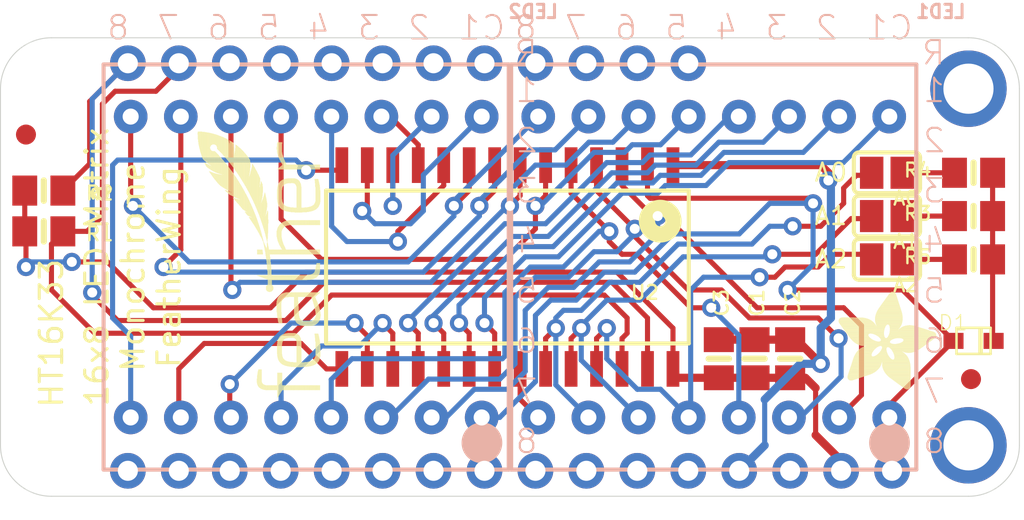
<source format=kicad_pcb>
(kicad_pcb (version 20221018) (generator pcbnew)
  (layers (0 "F.Cu" signal) (31 "B.Cu" signal) (34 "B.Paste" user) (35 "F.Paste" user) (36 "B.SilkS" user "B.Silkscreen") (37 "F.SilkS" user "F.Silkscreen") (38 "B.Mask" user) (39 "F.Mask" user) (44 "Edge.Cuts" user))
  (net 0 "")
  (net 1 "N$1")
  (net 2 "N$2")
  (net 3 "N$3")
  (net 4 "N$4")
  (net 5 "N$6")
  (net 6 "N$7")
  (net 7 "N$8")
  (net 8 "VDD")
  (net 9 "GND")
  (net 10 "N$19")
  (net 11 "N$20")
  (net 12 "A1")
  (net 13 "N$10")
  (net 14 "N$11")
  (net 15 "N$22")
  (net 16 "N$23")
  (net 17 "N$25")
  (net 18 "N$26")
  (net 19 "N$35")
  (net 20 "N$38")
  (net 21 "N$39")
  (net 22 "N$40")
  (net 23 "N$41")
  (net 24 "N$42")
  (net 25 "N$12")
  (net 26 "A0")
  (net 27 "A2")
  (net 28 "N$9")
  (net 29 "N$16")
  (net 30 "SDA")
  (net 31 "SCL")
  (net 32 "N$5")
  (footprint "working:0805-NO" (layer "F.Cu") (at 158.9151 109.5756 90)
    (fp_text reference "C3")
    (fp_text value "10uF")
  )
  (footprint "working:0805-NO" (layer "F.Cu") (at 125.2601 101.1936)
    (fp_text reference "R2")
    (fp_text value "10K")
  )
  (footprint "working:FIDUCIAL_1MM" (layer "F.Cu") (at 171.4881 110.5916)
    (fp_text reference "FID2" hide)
    (fp_text value "FIDUCIAL\"\"" hide)
  )
  (footprint "working:FIDUCIAL_1MM" (layer "F.Cu") (at 124.3711 98.3996)
    (fp_text reference "FID1" hide)
    (fp_text value "FIDUCIAL\"\"" hide)
  )
  (footprint "working:0805-NO" (layer "F.Cu") (at 171.6151 102.4636 180)
    (fp_text reference "R3")
    (fp_text value "47K")
  )
  (footprint "working:SOLDERJUMPER_REFLOW_NOPASTE" (layer "F.Cu") (at 167.2971 104.6226 180)
    (fp_text reference "A2")
    (fp_text value "")
  )
  (footprint "working:ADAFRUIT_5MM" (layer "F.Cu") (at 164.8841 111.0996)
    (fp_text reference "U$2" hide)
    (fp_text value "" hide)
  )
  (footprint "working:SOLDERJUMPER_REFLOW_NOPASTE" (layer "F.Cu") (at 167.2971 102.4636 180)
    (fp_text reference "A1")
    (fp_text value "")
  )
  (footprint "working:FEATHERLOGO_SMALL" (layer "F.Cu") (at 139.1031 111.6076 90)
    (fp_text reference "U$1" hide)
    (fp_text value "" hide)
  )
  (footprint "working:SOLDERJUMPER_REFLOW_NOPASTE" (layer "F.Cu") (at 167.2971 100.3046 180)
    (fp_text reference "A0")
    (fp_text value "")
  )
  (footprint "working:0805-NO" (layer "F.Cu") (at 160.6931 109.5756 90)
    (fp_text reference "C1")
    (fp_text value "10uF")
  )
  (footprint "working:SOD-323F" (layer "F.Cu") (at 171.6151 108.6866)
    (fp_text reference "D1")
    (fp_text value "1N4148")
  )
  (footprint "working:0805-NO" (layer "F.Cu") (at 125.2601 103.2256)
    (fp_text reference "R1")
    (fp_text value "10K")
  )
  (footprint "working:SOP28_300MIL_SKINNY" (layer "F.Cu") (at 148.3741 105.0036 180)
    (fp_text reference "U2")
    (fp_text value "28-SOIC")
  )
  (footprint "working:0805-NO" (layer "F.Cu") (at 171.6151 104.6226 180)
    (fp_text reference "R5")
    (fp_text value "47K")
  )
  (footprint "working:0805-NO" (layer "F.Cu") (at 171.6151 100.3046 180)
    (fp_text reference "R4")
    (fp_text value "47K")
  )
  (footprint "working:0805-NO" (layer "F.Cu") (at 162.4711 109.5756 90)
    (fp_text reference "C2")
    (fp_text value "10uF")
  )
  (footprint "working:FEATHERWING" (layer "B.Cu") (at 173.9011 116.4336 180)
    (fp_text reference "MS1" hide)
    (fp_text value "FEATHERWING" hide)
    (fp_line (start 0 20.32) (end 0 2.54) (stroke (width 0.05)) (layer "Edge.Cuts"))
    (fp_line (start 2.54 0) (end 48.26 0) (stroke (width 0.05)) (layer "Edge.Cuts"))
    (fp_line (start 48.26 22.86) (end 2.54 22.86) (stroke (width 0.05)) (layer "Edge.Cuts"))
    (fp_line (start 50.8 2.54) (end 50.8 20.32) (stroke (width 0.05)) (layer "Edge.Cuts"))
    (fp_arc (start 0 2.54) (mid 0.743949 0.743949) (end 2.54 0) (stroke (width 0.05)) (layer "Edge.Cuts"))
    (fp_arc (start 2.54 22.86) (mid 0.743949 22.116051) (end 0 20.32) (stroke (width 0.05)) (layer "Edge.Cuts"))
    (fp_arc (start 48.26 0) (mid 50.056051 0.743949) (end 50.8 2.54) (stroke (width 0.05)) (layer "Edge.Cuts"))
    (fp_arc (start 50.8 20.32) (mid 50.056051 22.116051) (end 48.26 22.86) (stroke (width 0.05)) (layer "Edge.Cuts"))
  )
  (footprint "working:SEGMENT_BL-M07C881UR" (layer "B.Cu") (at 138.3411 105.0036 180)
    (fp_text reference "LED2")
    (fp_text value "")
  )
  (footprint "working:SEGMENT_BL-M07C881UR" (layer "B.Cu") (at 158.6611 105.0036 180)
    (fp_text reference "LED1")
    (fp_text value "")
  )
  (gr_text "A2" (at 163.6141 105.1306) (layer "F.SilkS") (effects (font (size 0.89408 0.89408) (thickness 0.12192)) (justify left bottom)))
  (gr_text "HT16K33" (at 125.6411 108.3056 90) (layer "F.SilkS") (effects (font (size 1.1176 1.1176) (thickness 0.1524))))
  (gr_text "A1" (at 163.6141 102.9716) (layer "F.SilkS") (effects (font (size 0.89408 0.89408) (thickness 0.12192)) (justify left bottom)))
  (gr_text "A0" (at 163.6141 100.8126) (layer "F.SilkS") (effects (font (size 0.89408 0.89408) (thickness 0.12192)) (justify left bottom)))
  (gr_text "16x8 LED Matrix\nMonochrome\nFeatherWing" (at 129.7051 105.0036 90) (layer "F.SilkS") (effects (font (size 1.1176 1.1176) (thickness 0.1524))))
  (segment (start 129.5911 101.8416) (end 129.5911 97.5036) (width 0.254) (layer "F.Cu") (net 1))
  (segment (start 129.7051 101.9556) (end 129.5911 101.8416) (width 0.254) (layer "F.Cu") (net 1))
  (segment (start 146.4691 101.1936) (end 145.7071 101.9556) (width 0.254) (layer "F.Cu") (net 1))
  (segment (start 146.4691 99.9236) (end 146.4691 101.1936) (width 0.254) (layer "F.Cu") (net 1))
  (via (at 145.7071 101.9556) (size 0.9064) (drill 0.5) (layers "F.Cu" "B.Cu") (net 1))
  (via (at 129.7051 101.9556) (size 0.9064) (drill 0.5) (layers "F.Cu" "B.Cu") (net 1))
  (segment (start 145.7071 101.7076) (end 145.7071 101.9556) (width 0.254) (layer "B.Cu") (net 1))
  (segment (start 143.4211 104.7496) (end 132.4991 104.7496) (width 0.254) (layer "B.Cu") (net 1))
  (segment (start 143.4211 104.7496) (end 145.7071 102.4636) (width 0.254) (layer "B.Cu") (net 1))
  (segment (start 145.7071 101.9556) (end 145.7071 102.4636) (width 0.254) (layer "B.Cu") (net 1))
  (segment (start 129.7051 97.6176) (end 129.5911 97.5036) (width 0.254) (layer "B.Cu") (net 1))
  (segment (start 145.7071 101.7076) (end 149.9111 97.5036) (width 0.254) (layer "B.Cu") (net 1))
  (segment (start 132.4991 104.7496) (end 129.7051 101.9556) (width 0.254) (layer "B.Cu") (net 1))
  (segment (start 132.0911 104.1416) (end 131.2291 105.0036) (width 0.254) (layer "F.Cu") (net 2))
  (segment (start 147.7391 101.1936) (end 146.9771 101.9556) (width 0.254) (layer "F.Cu") (net 2))
  (segment (start 132.0911 97.5036) (end 132.0911 104.1416) (width 0.254) (layer "F.Cu") (net 2))
  (segment (start 147.7391 99.9236) (end 147.7391 101.1936) (width 0.254) (layer "F.Cu") (net 2))
  (via (at 131.2291 105.0036) (size 0.9064) (drill 0.5) (layers "F.Cu" "B.Cu") (net 2))
  (via (at 146.9771 101.9556) (size 0.9064) (drill 0.5) (layers "F.Cu" "B.Cu") (net 2))
  (segment (start 149.5171 99.1616) (end 150.7531 99.1616) (width 0.254) (layer "B.Cu") (net 2))
  (segment (start 146.9771 101.7016) (end 146.9771 101.9556) (width 0.254) (layer "B.Cu") (net 2))
  (segment (start 144.1831 105.2576) (end 131.4831 105.2576) (width 0.254) (layer "B.Cu") (net 2))
  (segment (start 146.9771 101.7016) (end 149.5171 99.1616) (width 0.254) (layer "B.Cu") (net 2))
  (segment (start 144.1831 105.2576) (end 146.9771 102.4636) (width 0.254) (layer "B.Cu") (net 2))
  (segment (start 131.4831 105.2576) (end 131.2291 105.0036) (width 0.254) (layer "B.Cu") (net 2))
  (segment (start 150.7531 99.1616) (end 152.4111 97.5036) (width 0.254) (layer "B.Cu") (net 2))
  (segment (start 146.9771 101.9556) (end 146.9771 102.2096) (width 0.254) (layer "B.Cu") (net 2))
  (segment (start 146.9771 102.4636) (end 146.9771 101.9556) (width 0.254) (layer "B.Cu") (net 2))
  (segment (start 149.0091 101.4476) (end 148.5011 101.9556) (width 0.254) (layer "F.Cu") (net 3))
  (segment (start 134.5911 97.5036) (end 134.5911 106.0796) (width 0.254) (layer "F.Cu") (net 3))
  (segment (start 134.5911 106.0796) (end 134.6581 106.1466) (width 0.254) (layer "F.Cu") (net 3))
  (segment (start 149.0091 99.9236) (end 149.0091 101.4476) (width 0.254) (layer "F.Cu") (net 3))
  (via (at 148.5011 101.9556) (size 0.9064) (drill 0.5) (layers "F.Cu" "B.Cu") (net 3))
  (via (at 134.6581 106.1466) (size 0.9064) (drill 0.5) (layers "F.Cu" "B.Cu") (net 3))
  (segment (start 151.2951 99.9236) (end 152.4381 98.7806) (width 0.254) (layer "B.Cu") (net 3))
  (segment (start 152.4381 98.7806) (end 153.6341 98.7806) (width 0.254) (layer "B.Cu") (net 3))
  (segment (start 149.7711 99.9236) (end 151.2951 99.9236) (width 0.254) (layer "B.Cu") (net 3))
  (segment (start 148.3741 101.9556) (end 148.5011 101.9556) (width 0.254) (layer "B.Cu") (net 3))
  (segment (start 135.0391 105.7656) (end 134.6581 106.1466) (width 0.254) (layer "B.Cu") (net 3))
  (segment (start 153.6341 98.7806) (end 154.9111 97.5036) (width 0.254) (layer "B.Cu") (net 3))
  (segment (start 144.5641 105.7656) (end 135.0391 105.7656) (width 0.254) (layer "B.Cu") (net 3))
  (segment (start 148.5011 101.1936) (end 149.7711 99.9236) (width 0.254) (layer "B.Cu") (net 3))
  (segment (start 148.3741 101.9556) (end 144.5641 105.7656) (width 0.254) (layer "B.Cu") (net 3))
  (segment (start 148.5011 101.1936) (end 148.5011 101.9556) (width 0.254) (layer "B.Cu") (net 3))
  (segment (start 149.7711 101.9556) (end 149.7711 103.0986) (width 0.254) (layer "F.Cu") (net 4))
  (segment (start 150.2791 99.9236) (end 150.2791 101.4476) (width 0.254) (layer "F.Cu") (net 4))
  (segment (start 148.2471 104.6226) (end 139.1031 104.6226) (width 0.254) (layer "F.Cu") (net 4))
  (segment (start 149.7711 103.0986) (end 148.2471 104.6226) (width 0.254) (layer "F.Cu") (net 4))
  (segment (start 150.2791 101.4476) (end 149.7711 101.9556) (width 0.254) (layer "F.Cu") (net 4))
  (segment (start 139.1031 104.6226) (end 137.0911 102.6106) (width 0.254) (layer "F.Cu") (net 4))
  (segment (start 137.0911 102.6106) (end 137.0911 97.5036) (width 0.254) (layer "F.Cu") (net 4))
  (via (at 149.7711 101.9556) (size 0.9064) (drill 0.5) (layers "F.Cu" "B.Cu") (net 4))
  (segment (start 150.0251 101.9556) (end 149.7711 101.9556) (width 0.254) (layer "B.Cu") (net 4))
  (segment (start 156.0071 98.9076) (end 157.4111 97.5036) (width 0.254) (layer "B.Cu") (net 4))
  (segment (start 154.2161 99.2886) (end 154.5971 98.9076) (width 0.254) (layer "B.Cu") (net 4))
  (segment (start 154.5971 98.9076) (end 156.0071 98.9076) (width 0.254) (layer "B.Cu") (net 4))
  (segment (start 152.6921 99.2886) (end 154.2161 99.2886) (width 0.254) (layer "B.Cu") (net 4))
  (segment (start 150.0251 101.9556) (end 152.6921 99.2886) (width 0.254) (layer "B.Cu") (net 4))
  (segment (start 152.8191 99.9236) (end 152.8191 101.1936) (width 0.254) (layer "F.Cu") (net 5))
  (segment (start 154.7241 103.0986) (end 154.7241 103.4796) (width 0.254) (layer "F.Cu") (net 5))
  (segment (start 163.8681 107.5436) (end 164.8841 108.5596) (width 0.254) (layer "F.Cu") (net 5))
  (segment (start 160.4391 107.5436) (end 163.8681 107.5436) (width 0.254) (layer "F.Cu") (net 5))
  (segment (start 157.3911 106.1466) (end 159.0421 106.1466) (width 0.254) (layer "F.Cu") (net 5))
  (segment (start 159.0421 106.1466) (end 160.4391 107.5436) (width 0.254) (layer "F.Cu") (net 5))
  (segment (start 152.8191 101.1936) (end 154.7241 103.0986) (width 0.254) (layer "F.Cu") (net 5))
  (segment (start 154.7241 103.4796) (end 157.3911 106.1466) (width 0.254) (layer "F.Cu") (net 5))
  (via (at 154.7241 103.0986) (size 0.9064) (drill 0.5) (layers "F.Cu" "B.Cu") (net 5))
  (via (at 164.8841 108.5596) (size 0.9064) (drill 0.5) (layers "F.Cu" "B.Cu") (net 5))
  (segment (start 152.6921 104.2416) (end 153.8351 104.2416) (width 0.254) (layer "B.Cu") (net 5))
  (segment (start 148.7551 106.5276) (end 149.7711 105.5116) (width 0.254) (layer "B.Cu") (net 5))
  (segment (start 144.4371 110.5916) (end 147.9931 110.5916) (width 0.254) (layer "B.Cu") (net 5))
  (segment (start 153.8351 104.2416) (end 154.7241 103.3526) (width 0.254) (layer "B.Cu") (net 5))
  (segment (start 142.5251 112.5036) (end 144.4371 110.5916) (width 0.254) (layer "B.Cu") (net 5))
  (segment (start 151.4221 105.5116) (end 152.6921 104.2416) (width 0.254) (layer "B.Cu") (net 5))
  (segment (start 165.0111 108.6866) (end 164.8841 108.5596) (width 0.254) (layer "B.Cu") (net 5))
  (segment (start 147.9931 110.5916) (end 148.7551 109.8296) (width 0.254) (layer "B.Cu") (net 5))
  (segment (start 165.0111 110.4646) (end 165.0111 108.6866) (width 0.254) (layer "B.Cu") (net 5))
  (segment (start 162.4111 112.5036) (end 162.9721 112.5036) (width 0.254) (layer "B.Cu") (net 5))
  (segment (start 149.7711 105.5116) (end 151.4221 105.5116) (width 0.254) (layer "B.Cu") (net 5))
  (segment (start 154.7241 103.3526) (end 154.7241 103.0986) (width 0.254) (layer "B.Cu") (net 5))
  (segment (start 142.0911 112.5036) (end 142.5251 112.5036) (width 0.254) (layer "B.Cu") (net 5))
  (segment (start 148.7551 109.8296) (end 148.7551 106.5276) (width 0.254) (layer "B.Cu") (net 5))
  (segment (start 162.9721 112.5036) (end 165.0111 110.4646) (width 0.254) (layer "B.Cu") (net 5))
  (segment (start 154.0891 100.9396) (end 154.0891 99.9236) (width 0.254) (layer "F.Cu") (net 6))
  (segment (start 166.0271 107.9246) (end 166.0271 111.3876) (width 0.254) (layer "F.Cu") (net 6))
  (segment (start 166.0271 111.3876) (end 164.9111 112.5036) (width 0.254) (layer "F.Cu") (net 6))
  (segment (start 160.8201 107.0356) (end 165.1381 107.0356) (width 0.254) (layer "F.Cu") (net 6))
  (segment (start 156.2481 102.4636) (end 155.8671 102.4636) (width 0.254) (layer "F.Cu") (net 6))
  (segment (start 160.8201 107.0356) (end 156.2481 102.4636) (width 0.254) (layer "F.Cu") (net 6))
  (segment (start 165.1381 107.0356) (end 166.0271 107.9246) (width 0.254) (layer "F.Cu") (net 6))
  (segment (start 155.8671 102.4636) (end 155.6131 102.4636) (width 0.254) (layer "F.Cu") (net 6))
  (segment (start 155.6131 102.4636) (end 154.0891 100.9396) (width 0.254) (layer "F.Cu") (net 6))
  (via (at 155.8671 102.4636) (size 0.9064) (drill 0.5) (layers "F.Cu" "B.Cu") (net 6))
  (segment (start 149.2631 110.2106) (end 148.3741 111.0996) (width 0.254) (layer "B.Cu") (net 6))
  (segment (start 152.9461 104.7496) (end 154.4701 104.7496) (width 0.254) (layer "B.Cu") (net 6))
  (segment (start 146.7231 111.0996) (end 148.3741 111.0996) (width 0.254) (layer "B.Cu") (net 6))
  (segment (start 155.8671 103.3526) (end 155.8671 102.4636) (width 0.254) (layer "B.Cu") (net 6))
  (segment (start 154.4701 104.7496) (end 155.8671 103.3526) (width 0.254) (layer "B.Cu") (net 6))
  (segment (start 150.4061 106.0196) (end 149.2631 107.1626) (width 0.254) (layer "B.Cu") (net 6))
  (segment (start 151.6761 106.0196) (end 152.9461 104.7496) (width 0.254) (layer "B.Cu") (net 6))
  (segment (start 145.3191 112.5036) (end 146.7231 111.0996) (width 0.254) (layer "B.Cu") (net 6))
  (segment (start 144.5911 112.5036) (end 145.3191 112.5036) (width 0.254) (layer "B.Cu") (net 6))
  (segment (start 149.2631 110.2106) (end 149.2631 107.1626) (width 0.254) (layer "B.Cu") (net 6))
  (segment (start 151.6761 106.0196) (end 150.4061 106.0196) (width 0.254) (layer "B.Cu") (net 6))
  (segment (start 155.3591 99.9236) (end 155.3591 101.4476) (width 0.254) (layer "F.Cu") (net 7))
  (segment (start 168.0751 106.1466) (end 170.6151 108.6866) (width 0.254) (layer "F.Cu") (net 7))
  (segment (start 170.6151 108.6866) (end 167.4111 111.8906) (width 0.254) (layer "F.Cu") (net 7))
  (segment (start 167.4111 111.8906) (end 167.4111 112.5036) (width 0.254) (layer "F.Cu") (net 7))
  (segment (start 155.4861 101.5746) (end 163.3601 101.5746) (width 0.254) (layer "F.Cu") (net 7))
  (segment (start 162.3441 106.1466) (end 168.0751 106.1466) (width 0.254) (layer "F.Cu") (net 7))
  (segment (start 155.3591 101.4476) (end 155.4861 101.5746) (width 0.254) (layer "F.Cu") (net 7))
  (segment (start 163.3601 101.5746) (end 163.6141 101.8286) (width 0.254) (layer "F.Cu") (net 7))
  (via (at 163.6141 101.8286) (size 0.9064) (drill 0.5) (layers "F.Cu" "B.Cu") (net 7))
  (via (at 162.3441 106.1466) (size 0.9064) (drill 0.5) (layers "F.Cu" "B.Cu") (net 7))
  (segment (start 162.3441 106.5276) (end 162.3441 106.1466) (width 0.254) (layer "B.Cu") (net 7))
  (segment (start 150.5331 106.6546) (end 151.8031 106.6546) (width 0.254) (layer "B.Cu") (net 7))
  (segment (start 154.7241 105.2576) (end 156.6291 103.3526) (width 0.254) (layer "B.Cu") (net 7))
  (segment (start 167.2971 112.3896) (end 167.4111 112.5036) (width 0.254) (layer "B.Cu") (net 7))
  (segment (start 163.6141 101.8286) (end 163.6141 104.8766) (width 0.254) (layer "B.Cu") (net 7))
  (segment (start 149.7711 110.7186) (end 147.9861 112.5036) (width 0.254) (layer "B.Cu") (net 7))
  (segment (start 153.2001 105.2576) (end 151.8031 106.6546) (width 0.254) (layer "B.Cu") (net 7))
  (segment (start 159.9311 103.3526) (end 161.4551 101.8286) (width 0.254) (layer "B.Cu") (net 7))
  (segment (start 150.5331 106.6546) (end 149.7711 107.4166) (width 0.254) (layer "B.Cu") (net 7))
  (segment (start 163.6141 104.8766) (end 162.3441 106.1466) (width 0.254) (layer "B.Cu") (net 7))
  (segment (start 156.6291 103.3526) (end 159.9311 103.3526) (width 0.254) (layer "B.Cu") (net 7))
  (segment (start 153.2001 105.2576) (end 154.7241 105.2576) (width 0.254) (layer "B.Cu") (net 7))
  (segment (start 149.7711 110.7186) (end 149.7711 107.4166) (width 0.254) (layer "B.Cu") (net 7))
  (segment (start 147.0911 112.5036) (end 147.9861 112.5036) (width 0.254) (layer "B.Cu") (net 7))
  (segment (start 161.4551 101.8286) (end 163.6141 101.8286) (width 0.254) (layer "B.Cu") (net 7))
  (segment (start 156.6291 110.0836) (end 156.6291 108.0516) (width 0.254) (layer "F.Cu") (net 8))
  (segment (start 160.6931 110.5256) (end 158.9151 110.5256) (width 0.4064) (layer "F.Cu") (net 8))
  (segment (start 163.7411 113.3856) (end 165.0111 114.6556) (width 0.4064) (layer "F.Cu") (net 8))
  (segment (start 163.2331 110.5256) (end 162.4711 110.5256) (width 0.254) (layer "F.Cu") (net 8))
  (segment (start 138.3411 105.2576) (end 153.8351 105.2576) (width 0.254) (layer "F.Cu") (net 8))
  (segment (start 156.6291 110.0836) (end 156.8171 110.2716) (width 0.254) (layer "F.Cu") (net 8))
  (segment (start 163.7411 111.0336) (end 163.7411 113.3856) (width 0.254) (layer "F.Cu") (net 8))
  (segment (start 153.8351 105.2576) (end 156.6291 108.0516) (width 0.254) (layer "F.Cu") (net 8))
  (segment (start 136.5631 107.0356) (end 130.7211 107.0356) (width 0.254) (layer "F.Cu") (net 8))
  (segment (start 156.6291 110.5256) (end 156.6291 110.0836) (width 0.254) (layer "F.Cu") (net 8))
  (segment (start 162.4711 110.5256) (end 160.6931 110.5256) (width 0.4064) (layer "F.Cu") (net 8))
  (segment (start 124.3101 101.1936) (end 124.3101 103.2256) (width 0.254) (layer "F.Cu") (net 8))
  (segment (start 165.0111 114.6556) (end 165.0111 115.1636) (width 0.4064) (layer "F.Cu") (net 8))
  (segment (start 130.7211 107.0356) (end 128.4351 104.7496) (width 0.254) (layer "F.Cu") (net 8))
  (segment (start 163.7411 111.0336) (end 163.2331 110.5256) (width 0.4064) (layer "F.Cu") (net 8))
  (segment (start 138.3411 105.2576) (end 136.5631 107.0356) (width 0.254) (layer "F.Cu") (net 8))
  (segment (start 124.3711 103.2866) (end 124.3101 103.2256) (width 0.254) (layer "F.Cu") (net 8))
  (segment (start 124.3711 105.0036) (end 124.3711 103.2866) (width 0.254) (layer "F.Cu") (net 8))
  (segment (start 158.9151 110.5256) (end 156.6291 110.5256) (width 0.4064) (layer "F.Cu") (net 8))
  (segment (start 128.4351 104.7496) (end 126.6571 104.7496) (width 0.254) (layer "F.Cu") (net 8))
  (via (at 124.3711 105.0036) (size 0.9064) (drill 0.5) (layers "F.Cu" "B.Cu") (net 8))
  (via (at 126.6571 104.7496) (size 0.9064) (drill 0.5) (layers "F.Cu" "B.Cu") (net 8))
  (segment (start 126.6571 104.7496) (end 124.6251 104.7496) (width 0.254) (layer "B.Cu") (net 8))
  (segment (start 124.6251 104.7496) (end 124.3711 105.0036) (width 0.254) (layer "B.Cu") (net 8))
  (segment (start 162.4711 108.6256) (end 162.7911 108.6256) (width 0.254) (layer "F.Cu") (net 9))
  (segment (start 158.9151 108.6256) (end 160.6931 108.6256) (width 0.4064) (layer "F.Cu") (net 9))
  (segment (start 162.7911 108.6256) (end 163.9951 109.8296) (width 0.4064) (layer "F.Cu") (net 9))
  (segment (start 160.6931 108.6256) (end 162.4711 108.6256) (width 0.4064) (layer "F.Cu") (net 9))
  (segment (start 163.9951 99.9236) (end 164.3761 100.3046) (width 0.4064) (layer "F.Cu") (net 9))
  (segment (start 164.3761 100.3046) (end 164.3761 100.6856) (width 0.4064) (layer "F.Cu") (net 9))
  (segment (start 156.6291 99.9236) (end 163.9951 99.9236) (width 0.4064) (layer "F.Cu") (net 9))
  (via (at 164.3761 100.6856) (size 0.9064) (drill 0.5) (layers "F.Cu" "B.Cu") (net 9))
  (via (at 163.9951 109.8296) (size 0.9064) (drill 0.5) (layers "F.Cu" "B.Cu") (net 9))
  (segment (start 164.5031 107.5436) (end 163.9951 108.0516) (width 0.4064) (layer "B.Cu") (net 9))
  (segment (start 164.5031 100.8126) (end 164.5031 107.5436) (width 0.4064) (layer "B.Cu") (net 9))
  (segment (start 161.2011 111.6076) (end 162.9791 109.8296) (width 0.4064) (layer "B.Cu") (net 9))
  (segment (start 161.2011 113.8936) (end 159.9311 115.1636) (width 0.4064) (layer "B.Cu") (net 9))
  (segment (start 163.9951 108.0516) (end 163.9951 109.8296) (width 0.4064) (layer "B.Cu") (net 9))
  (segment (start 161.2011 111.6076) (end 161.2011 113.8936) (width 0.254) (layer "B.Cu") (net 9))
  (segment (start 164.3761 100.6856) (end 164.5031 100.8126) (width 0.254) (layer "B.Cu") (net 9))
  (segment (start 163.9951 109.8296) (end 162.9791 109.8296) (width 0.4064) (layer "B.Cu") (net 9))
  (segment (start 168.0591 102.4636) (end 170.6651 102.4636) (width 0.254) (layer "F.Cu") (net 10))
  (segment (start 170.6651 100.3046) (end 168.0591 100.3046) (width 0.254) (layer "F.Cu") (net 11))
  (segment (start 161.5821 104.3686) (end 163.7411 104.3686) (width 0.254) (layer "F.Cu") (net 12))
  (segment (start 151.5491 110.0836) (end 151.5491 108.5596) (width 0.254) (layer "F.Cu") (net 12))
  (segment (start 165.5191 102.5906) (end 166.4081 102.5906) (width 0.254) (layer "F.Cu") (net 12))
  (segment (start 166.4081 102.5906) (end 166.5351 102.4636) (width 0.254) (layer "F.Cu") (net 12))
  (segment (start 151.5491 108.5596) (end 152.0571 108.0516) (width 0.254) (layer "F.Cu") (net 12))
  (segment (start 163.7411 104.3686) (end 165.5191 102.5906) (width 0.254) (layer "F.Cu") (net 12))
  (via (at 161.5821 104.3686) (size 0.9064) (drill 0.5) (layers "F.Cu" "B.Cu") (net 12))
  (via (at 152.0571 108.0516) (size 0.9064) (drill 0.5) (layers "F.Cu" "B.Cu") (net 12))
  (segment (start 152.0571 107.9246) (end 153.3271 106.6546) (width 0.254) (layer "B.Cu") (net 12))
  (segment (start 157.1371 104.4956) (end 161.2011 104.4956) (width 0.254) (layer "B.Cu") (net 12))
  (segment (start 153.3271 106.6546) (end 154.9781 106.6546) (width 0.254) (layer "B.Cu") (net 12))
  (segment (start 161.2011 104.4956) (end 161.3281 104.3686) (width 0.254) (layer "B.Cu") (net 12))
  (segment (start 154.9111 112.5036) (end 152.0571 109.6496) (width 0.254) (layer "B.Cu") (net 12))
  (segment (start 152.0571 108.0516) (end 152.0571 107.9246) (width 0.254) (layer "B.Cu") (net 12))
  (segment (start 152.0571 109.6496) (end 152.0571 108.0516) (width 0.254) (layer "B.Cu") (net 12))
  (segment (start 154.9781 106.6546) (end 157.1371 104.4956) (width 0.254) (layer "B.Cu") (net 12))
  (segment (start 161.3281 104.3686) (end 161.5821 104.3686) (width 0.254) (layer "B.Cu") (net 12))
  (segment (start 143.9291 99.9236) (end 143.9291 98.9076) (width 0.254) (layer "F.Cu") (net 13))
  (segment (start 142.2251 97.6376) (end 142.0911 97.5036) (width 0.254) (layer "F.Cu") (net 13))
  (segment (start 143.9291 98.9076) (end 142.6591 97.6376) (width 0.254) (layer "F.Cu") (net 13))
  (segment (start 142.6591 97.6376) (end 142.2251 97.6376) (width 0.254) (layer "F.Cu") (net 13))
  (segment (start 142.6591 99.9236) (end 142.6591 101.9556) (width 0.254) (layer "F.Cu") (net 14))
  (via (at 142.6591 101.9556) (size 0.9064) (drill 0.5) (layers "F.Cu" "B.Cu") (net 14))
  (segment (start 142.6591 99.4356) (end 144.5911 97.5036) (width 0.254) (layer "B.Cu") (net 14))
  (segment (start 142.6591 101.9556) (end 142.6591 99.4356) (width 0.254) (layer "B.Cu") (net 14))
  (segment (start 143.9291 110.0836) (end 143.9291 108.3056) (width 0.254) (layer "F.Cu") (net 15))
  (segment (start 143.9291 108.3056) (end 143.4211 107.7976) (width 0.254) (layer "F.Cu") (net 15))
  (via (at 143.4211 107.7976) (size 0.9064) (drill 0.5) (layers "F.Cu" "B.Cu") (net 15))
  (segment (start 157.5181 99.4156) (end 159.4301 97.5036) (width 0.254) (layer "B.Cu") (net 15))
  (segment (start 148.2471 102.8446) (end 150.2791 102.8446) (width 0.254) (layer "B.Cu") (net 15))
  (segment (start 143.4211 107.6706) (end 143.4211 107.7976) (width 0.254) (layer "B.Cu") (net 15))
  (segment (start 155.1051 99.7966) (end 155.4861 99.4156) (width 0.254) (layer "B.Cu") (net 15))
  (segment (start 155.4861 99.4156) (end 157.5181 99.4156) (width 0.254) (layer "B.Cu") (net 15))
  (segment (start 153.3271 99.7966) (end 155.1051 99.7966) (width 0.254) (layer "B.Cu") (net 15))
  (segment (start 159.4301 97.5036) (end 159.9111 97.5036) (width 0.254) (layer "B.Cu") (net 15))
  (segment (start 150.2791 102.8446) (end 153.3271 99.7966) (width 0.254) (layer "B.Cu") (net 15))
  (segment (start 148.2471 102.8446) (end 143.4211 107.6706) (width 0.254) (layer "B.Cu") (net 15))
  (segment (start 145.1991 110.0836) (end 145.1991 108.3056) (width 0.254) (layer "F.Cu") (net 16))
  (segment (start 145.1991 108.3056) (end 144.6911 107.7976) (width 0.254) (layer "F.Cu") (net 16))
  (via (at 144.6911 107.7976) (size 0.9064) (drill 0.5) (layers "F.Cu" "B.Cu") (net 16))
  (segment (start 153.5811 100.3046) (end 155.3591 100.3046) (width 0.254) (layer "B.Cu") (net 16))
  (segment (start 158.9151 98.7806) (end 161.1341 98.7806) (width 0.254) (layer "B.Cu") (net 16))
  (segment (start 157.7721 99.9236) (end 158.9151 98.7806) (width 0.254) (layer "B.Cu") (net 16))
  (segment (start 155.3591 100.3046) (end 155.7401 99.9236) (width 0.254) (layer "B.Cu") (net 16))
  (segment (start 150.4061 103.4796) (end 153.5811 100.3046) (width 0.254) (layer "B.Cu") (net 16))
  (segment (start 144.6911 107.4166) (end 144.6911 107.7976) (width 0.254) (layer "B.Cu") (net 16))
  (segment (start 161.1341 98.7806) (end 162.4111 97.5036) (width 0.254) (layer "B.Cu") (net 16))
  (segment (start 155.7401 99.9236) (end 157.7721 99.9236) (width 0.254) (layer "B.Cu") (net 16))
  (segment (start 144.6911 107.4166) (end 148.6281 103.4796) (width 0.254) (layer "B.Cu") (net 16))
  (segment (start 148.6281 103.4796) (end 150.4061 103.4796) (width 0.254) (layer "B.Cu") (net 16))
  (segment (start 147.7391 108.3056) (end 147.2311 107.7976) (width 0.254) (layer "F.Cu") (net 17))
  (segment (start 147.7391 110.0836) (end 147.7391 108.3056) (width 0.254) (layer "F.Cu") (net 17))
  (via (at 147.2311 107.7976) (size 0.9064) (drill 0.5) (layers "F.Cu" "B.Cu") (net 17))
  (segment (start 149.2631 104.4956) (end 150.9141 104.4956) (width 0.254) (layer "B.Cu") (net 17))
  (segment (start 149.2631 104.4956) (end 147.2311 106.5276) (width 0.254) (layer "B.Cu") (net 17))
  (segment (start 156.2481 100.9396) (end 158.2801 100.9396) (width 0.254) (layer "B.Cu") (net 17))
  (segment (start 150.9141 104.4956) (end 154.0891 101.3206) (width 0.254) (layer "B.Cu") (net 17))
  (segment (start 159.4231 99.7966) (end 165.1181 99.7966) (width 0.254) (layer "B.Cu") (net 17))
  (segment (start 165.1181 99.7966) (end 167.4111 97.5036) (width 0.254) (layer "B.Cu") (net 17))
  (segment (start 158.2801 100.9396) (end 159.4231 99.7966) (width 0.254) (layer "B.Cu") (net 17))
  (segment (start 154.0891 101.3206) (end 155.8671 101.3206) (width 0.254) (layer "B.Cu") (net 17))
  (segment (start 147.2311 106.5276) (end 147.2311 107.7976) (width 0.254) (layer "B.Cu") (net 17))
  (segment (start 155.8671 101.3206) (end 156.2481 100.9396) (width 0.254) (layer "B.Cu") (net 17))
  (segment (start 149.0091 110.0836) (end 149.0091 111.6016) (width 0.254) (layer "F.Cu") (net 18))
  (segment (start 149.0091 111.6016) (end 149.9111 112.5036) (width 0.254) (layer "F.Cu") (net 18))
  (segment (start 146.4691 108.3056) (end 145.9611 107.7976) (width 0.254) (layer "F.Cu") (net 19))
  (segment (start 146.4691 110.0836) (end 146.4691 108.3056) (width 0.254) (layer "F.Cu") (net 19))
  (via (at 145.9611 107.7976) (size 0.9064) (drill 0.5) (layers "F.Cu" "B.Cu") (net 19))
  (segment (start 159.1691 99.2886) (end 163.1261 99.2886) (width 0.254) (layer "B.Cu") (net 19))
  (segment (start 148.8821 103.9876) (end 145.9611 106.9086) (width 0.254) (layer "B.Cu") (net 19))
  (segment (start 158.0261 100.4316) (end 159.1691 99.2886) (width 0.254) (layer "B.Cu") (net 19))
  (segment (start 153.8351 100.8126) (end 155.6131 100.8126) (width 0.254) (layer "B.Cu") (net 19))
  (segment (start 145.9611 106.9086) (end 145.9611 107.7976) (width 0.254) (layer "B.Cu") (net 19))
  (segment (start 155.9941 100.4316) (end 158.0261 100.4316) (width 0.254) (layer "B.Cu") (net 19))
  (segment (start 148.8821 103.9876) (end 150.6601 103.9876) (width 0.254) (layer "B.Cu") (net 19))
  (segment (start 163.1261 99.2886) (end 164.9111 97.5036) (width 0.254) (layer "B.Cu") (net 19))
  (segment (start 150.6601 103.9876) (end 153.8351 100.8126) (width 0.254) (layer "B.Cu") (net 19))
  (segment (start 155.6131 100.8126) (end 155.9941 100.4316) (width 0.254) (layer "B.Cu") (net 19))
  (segment (start 142.6591 110.0836) (end 142.6591 108.3056) (width 0.254) (layer "F.Cu") (net 20))
  (segment (start 142.6591 108.3056) (end 142.1511 107.7976) (width 0.254) (layer "F.Cu") (net 20))
  (via (at 142.1511 107.7976) (size 0.9064) (drill 0.5) (layers "F.Cu" "B.Cu") (net 20))
  (segment (start 139.1031 108.9406) (end 141.0081 108.9406) (width 0.254) (layer "B.Cu") (net 20))
  (segment (start 137.0911 110.9526) (end 139.1031 108.9406) (width 0.254) (layer "B.Cu") (net 20))
  (segment (start 137.0911 112.5036) (end 137.0911 110.9526) (width 0.254) (layer "B.Cu") (net 20))
  (segment (start 141.0081 108.9406) (end 142.1511 107.7976) (width 0.254) (layer "B.Cu") (net 20))
  (segment (start 134.5911 112.5036) (end 134.5311 112.4436) (width 0.254) (layer "F.Cu") (net 21))
  (segment (start 141.3891 108.4326) (end 140.7541 107.7976) (width 0.254) (layer "F.Cu") (net 21))
  (segment (start 134.5311 112.4436) (end 134.5311 110.8456) (width 0.254) (layer "F.Cu") (net 21))
  (segment (start 141.3891 110.0836) (end 141.3891 108.4326) (width 0.254) (layer "F.Cu") (net 21))
  (via (at 140.7541 107.7976) (size 0.9064) (drill 0.5) (layers "F.Cu" "B.Cu") (net 21))
  (via (at 134.5311 110.8456) (size 0.9064) (drill 0.5) (layers "F.Cu" "B.Cu") (net 21))
  (segment (start 134.5311 110.8456) (end 137.5791 107.7976) (width 0.254) (layer "B.Cu") (net 21))
  (segment (start 137.5791 107.7976) (end 140.7541 107.7976) (width 0.254) (layer "B.Cu") (net 21))
  (segment (start 139.8651 100.1776) (end 138.3411 100.1776) (width 0.254) (layer "F.Cu") (net 22))
  (segment (start 140.1191 99.9236) (end 139.8651 100.1776) (width 0.254) (layer "F.Cu") (net 22))
  (via (at 138.3411 100.1776) (size 0.9064) (drill 0.5) (layers "F.Cu" "B.Cu") (net 22))
  (segment (start 129.5911 108.4456) (end 128.6891 107.5436) (width 0.254) (layer "B.Cu") (net 22))
  (segment (start 129.5911 108.4456) (end 129.5911 112.5036) (width 0.254) (layer "B.Cu") (net 22))
  (segment (start 128.9431 99.6696) (end 128.6891 99.9236) (width 0.254) (layer "B.Cu") (net 22))
  (segment (start 137.8331 99.6696) (end 128.9431 99.6696) (width 0.254) (layer "B.Cu") (net 22))
  (segment (start 138.3411 100.1776) (end 137.8331 99.6696) (width 0.254) (layer "B.Cu") (net 22))
  (segment (start 128.6891 99.9236) (end 128.6891 107.5436) (width 0.254) (layer "B.Cu") (net 22))
  (segment (start 133.2611 108.8136) (end 138.0871 108.8136) (width 0.254) (layer "F.Cu") (net 23))
  (segment (start 138.0871 108.8136) (end 139.3571 110.0836) (width 0.254) (layer "F.Cu") (net 23))
  (segment (start 131.9911 112.4036) (end 131.9911 110.0836) (width 0.254) (layer "F.Cu") (net 23))
  (segment (start 139.3571 110.0836) (end 140.1191 110.0836) (width 0.254) (layer "F.Cu") (net 23))
  (segment (start 132.0911 112.5036) (end 131.9911 112.4036) (width 0.254) (layer "F.Cu") (net 23))
  (segment (start 131.9911 110.0836) (end 133.2611 108.8136) (width 0.254) (layer "F.Cu") (net 23))
  (segment (start 141.3891 99.9236) (end 141.3891 101.9556) (width 0.254) (layer "F.Cu") (net 24))
  (segment (start 141.3891 101.9556) (end 141.1351 102.2096) (width 0.254) (layer "F.Cu") (net 24))
  (via (at 141.1351 102.2096) (size 0.9064) (drill 0.5) (layers "F.Cu" "B.Cu") (net 24))
  (segment (start 144.1831 100.4116) (end 147.0911 97.5036) (width 0.254) (layer "B.Cu") (net 24))
  (segment (start 144.1831 102.2096) (end 143.5481 102.8446) (width 0.254) (layer "B.Cu") (net 24))
  (segment (start 143.5481 102.8446) (end 141.7701 102.8446) (width 0.254) (layer "B.Cu") (net 24))
  (segment (start 144.1831 102.2096) (end 144.1831 100.4116) (width 0.254) (layer "B.Cu") (net 24))
  (segment (start 141.7701 102.8446) (end 141.1351 102.2096) (width 0.254) (layer "B.Cu") (net 24))
  (segment (start 145.1991 99.9236) (end 145.1991 100.9396) (width 0.254) (layer "F.Cu") (net 25))
  (segment (start 142.9131 103.2256) (end 142.9131 103.7336) (width 0.254) (layer "F.Cu") (net 25))
  (segment (start 145.1991 100.9396) (end 142.9131 103.2256) (width 0.254) (layer "F.Cu") (net 25))
  (via (at 142.9131 103.7336) (size 0.9064) (drill 0.5) (layers "F.Cu" "B.Cu") (net 25))
  (segment (start 140.3731 103.7336) (end 139.6111 102.9716) (width 0.254) (layer "B.Cu") (net 25))
  (segment (start 139.6111 97.5236) (end 139.5911 97.5036) (width 0.254) (layer "B.Cu") (net 25))
  (segment (start 142.9131 103.7336) (end 140.3731 103.7336) (width 0.254) (layer "B.Cu") (net 25))
  (segment (start 139.6111 102.9716) (end 139.6111 97.5236) (width 0.254) (layer "B.Cu") (net 25))
  (segment (start 150.2791 110.0836) (end 150.2791 108.5596) (width 0.254) (layer "F.Cu") (net 26))
  (segment (start 165.1381 101.0666) (end 165.7731 100.4316) (width 0.254) (layer "F.Cu") (net 26))
  (segment (start 165.7731 100.4316) (end 166.4081 100.4316) (width 0.254) (layer "F.Cu") (net 26))
  (segment (start 162.5981 102.9716) (end 163.9951 102.9716) (width 0.254) (layer "F.Cu") (net 26))
  (segment (start 165.1381 101.8286) (end 165.1381 101.0666) (width 0.254) (layer "F.Cu") (net 26))
  (segment (start 150.2791 108.5596) (end 150.7871 108.0516) (width 0.254) (layer "F.Cu") (net 26))
  (segment (start 166.4081 100.4316) (end 166.5351 100.3046) (width 0.254) (layer "F.Cu") (net 26))
  (segment (start 163.9951 102.9716) (end 165.1381 101.8286) (width 0.254) (layer "F.Cu") (net 26))
  (via (at 150.7871 108.0516) (size 0.9064) (drill 0.5) (layers "F.Cu" "B.Cu") (net 26))
  (via (at 162.5981 102.9716) (size 0.9064) (drill 0.5) (layers "F.Cu" "B.Cu") (net 26))
  (segment (start 161.4551 102.9716) (end 162.5981 102.9716) (width 0.254) (layer "B.Cu") (net 26))
  (segment (start 150.7871 107.5436) (end 151.1681 107.1626) (width 0.254) (layer "B.Cu") (net 26))
  (segment (start 150.7871 108.0516) (end 150.7871 107.5436) (width 0.254) (layer "B.Cu") (net 26))
  (segment (start 150.7871 110.8796) (end 152.4111 112.5036) (width 0.254) (layer "B.Cu") (net 26))
  (segment (start 150.7871 108.0516) (end 150.7871 110.8796) (width 0.254) (layer "B.Cu") (net 26))
  (segment (start 154.9781 105.7656) (end 156.8831 103.8606) (width 0.254) (layer "B.Cu") (net 26))
  (segment (start 156.8831 103.8606) (end 160.5661 103.8606) (width 0.254) (layer "B.Cu") (net 26))
  (segment (start 151.1681 107.1626) (end 152.0571 107.1626) (width 0.254) (layer "B.Cu") (net 26))
  (segment (start 153.4541 105.7656) (end 154.9781 105.7656) (width 0.254) (layer "B.Cu") (net 26))
  (segment (start 152.0571 107.1626) (end 153.4541 105.7656) (width 0.254) (layer "B.Cu") (net 26))
  (segment (start 160.5661 103.8606) (end 161.4551 102.9716) (width 0.254) (layer "B.Cu") (net 26))
  (segment (start 164.5031 104.3686) (end 163.8681 105.0036) (width 0.254) (layer "F.Cu") (net 27))
  (segment (start 152.8191 110.0836) (end 152.8191 108.5596) (width 0.254) (layer "F.Cu") (net 27))
  (segment (start 152.8191 108.5596) (end 153.3271 108.0516) (width 0.254) (layer "F.Cu") (net 27))
  (segment (start 161.7091 105.5116) (end 160.9471 105.5116) (width 0.254) (layer "F.Cu") (net 27))
  (segment (start 162.2171 105.0036) (end 161.7091 105.5116) (width 0.254) (layer "F.Cu") (net 27))
  (segment (start 166.2811 104.3686) (end 164.5031 104.3686) (width 0.254) (layer "F.Cu") (net 27))
  (segment (start 166.2811 104.3686) (end 166.5351 104.6226) (width 0.254) (layer "F.Cu") (net 27))
  (segment (start 163.8681 105.0036) (end 162.2171 105.0036) (width 0.254) (layer "F.Cu") (net 27))
  (via (at 160.9471 105.5116) (size 0.9064) (drill 0.5) (layers "F.Cu" "B.Cu") (net 27))
  (via (at 153.3271 108.0516) (size 0.9064) (drill 0.5) (layers "F.Cu" "B.Cu") (net 27))
  (segment (start 156.0071 111.0996) (end 157.4111 112.5036) (width 0.254) (layer "B.Cu") (net 27))
  (segment (start 154.8511 111.0996) (end 156.0071 111.0996) (width 0.254) (layer "B.Cu") (net 27))
  (segment (start 153.3271 109.5756) (end 153.3271 108.0516) (width 0.254) (layer "B.Cu") (net 27))
  (segment (start 154.8511 111.0996) (end 153.3271 109.5756) (width 0.254) (layer "B.Cu") (net 27))
  (segment (start 158.1531 105.5116) (end 160.9471 105.5116) (width 0.254) (layer "B.Cu") (net 27))
  (segment (start 157.5111 112.5036) (end 157.5111 106.1536) (width 0.254) (layer "B.Cu") (net 27))
  (segment (start 157.5111 106.1536) (end 158.1531 105.5116) (width 0.254) (layer "B.Cu") (net 27))
  (segment (start 157.4111 112.5036) (end 157.5111 112.5036) (width 0.254) (layer "B.Cu") (net 27))
  (segment (start 170.6651 104.6226) (end 168.0591 104.6226) (width 0.254) (layer "F.Cu") (net 28))
  (segment (start 172.6151 108.6866) (end 172.5651 108.6366) (width 0.254) (layer "F.Cu") (net 29))
  (segment (start 172.5651 108.6366) (end 172.5651 104.6226) (width 0.254) (layer "F.Cu") (net 29))
  (segment (start 172.5651 102.4636) (end 172.5651 100.3046) (width 0.254) (layer "F.Cu") (net 29))
  (segment (start 172.5651 104.6226) (end 172.5651 102.4636) (width 0.254) (layer "F.Cu") (net 29))
  (segment (start 127.5461 96.7486) (end 129.4511 94.8436) (width 0.254) (layer "F.Cu") (net 30))
  (segment (start 128.9431 107.6706) (end 127.6731 106.4006) (width 0.254) (layer "F.Cu") (net 30))
  (segment (start 137.3251 107.6706) (end 128.9431 107.6706) (width 0.254) (layer "F.Cu") (net 30))
  (segment (start 127.6731 106.4006) (end 127.6731 106.2736) (width 0.254) (layer "F.Cu") (net 30))
  (segment (start 126.2101 101.1936) (end 127.5461 99.8576) (width 0.254) (layer "F.Cu") (net 30))
  (segment (start 127.5461 99.8576) (end 127.5461 96.7486) (width 0.254) (layer "F.Cu") (net 30))
  (segment (start 139.2301 105.7656) (end 153.5811 105.7656) (width 0.254) (layer "F.Cu") (net 30))
  (segment (start 153.5811 105.7656) (end 155.3591 107.5436) (width 0.254) (layer "F.Cu") (net 30))
  (segment (start 139.2301 105.7656) (end 137.3251 107.6706) (width 0.254) (layer "F.Cu") (net 30))
  (segment (start 155.3591 110.0836) (end 155.3591 107.5436) (width 0.254) (layer "F.Cu") (net 30))
  (via (at 127.6731 106.2736) (size 0.9064) (drill 0.5) (layers "F.Cu" "B.Cu") (net 30))
  (segment (start 127.6731 96.6216) (end 129.4511 94.8436) (width 0.254) (layer "B.Cu") (net 30))
  (segment (start 127.6731 106.2736) (end 127.6731 96.6216) (width 0.254) (layer "B.Cu") (net 30))
  (segment (start 139.6111 106.4006) (end 137.7061 108.3056) (width 0.254) (layer "F.Cu") (net 31))
  (segment (start 126.1491 103.2256) (end 126.2101 103.2256) (width 0.254) (layer "F.Cu") (net 31))
  (segment (start 128.8161 96.2406) (end 130.8481 96.2406) (width 0.254) (layer "F.Cu") (net 31))
  (segment (start 154.0891 110.0836) (end 154.0891 108.5596) (width 0.254) (layer "F.Cu") (net 31))
  (segment (start 128.1811 96.8756) (end 128.8161 96.2406) (width 0.254) (layer "F.Cu") (net 31))
  (segment (start 128.1811 102.4636) (end 128.1811 96.8756) (width 0.254) (layer "F.Cu") (net 31))
  (segment (start 126.2101 103.2916) (end 126.2101 103.2256) (width 0.254) (layer "F.Cu") (net 31))
  (segment (start 127.4191 103.2256) (end 128.1811 102.4636) (width 0.254) (layer "F.Cu") (net 31))
  (segment (start 131.9911 95.0976) (end 131.9911 94.8436) (width 0.254) (layer "F.Cu") (net 31))
  (segment (start 130.8481 96.2406) (end 131.9911 95.0976) (width 0.254) (layer "F.Cu") (net 31))
  (segment (start 125.6411 103.8606) (end 126.2101 103.2916) (width 0.254) (layer "F.Cu") (net 31))
  (segment (start 154.3431 108.3056) (end 154.3431 107.5436) (width 0.254) (layer "F.Cu") (net 31))
  (segment (start 154.3431 107.5436) (end 153.2001 106.4006) (width 0.254) (layer "F.Cu") (net 31))
  (segment (start 125.6411 106.1466) (end 125.6411 103.8606) (width 0.254) (layer "F.Cu") (net 31))
  (segment (start 154.0891 108.5596) (end 154.3431 108.3056) (width 0.254) (layer "F.Cu") (net 31))
  (segment (start 126.2101 103.2256) (end 127.4191 103.2256) (width 0.254) (layer "F.Cu") (net 31))
  (segment (start 153.2001 106.4006) (end 139.6111 106.4006) (width 0.254) (layer "F.Cu") (net 31))
  (segment (start 137.7061 108.3056) (end 127.8001 108.3056) (width 0.254) (layer "F.Cu") (net 31))
  (segment (start 127.8001 108.3056) (end 125.6411 106.1466) (width 0.254) (layer "F.Cu") (net 31))
  (segment (start 153.4541 103.7336) (end 153.4541 103.2256) (width 0.254) (layer "F.Cu") (net 32))
  (segment (start 151.5491 99.9236) (end 151.5491 101.3206) (width 0.254) (layer "F.Cu") (net 32))
  (segment (start 154.0891 104.3686) (end 153.4541 103.7336) (width 0.254) (layer "F.Cu") (net 32))
  (segment (start 151.5491 101.3206) (end 153.4541 103.2256) (width 0.254) (layer "F.Cu") (net 32))
  (segment (start 154.8511 104.3686) (end 154.0891 104.3686) (width 0.254) (layer "F.Cu") (net 32))
  (segment (start 154.8511 104.3686) (end 157.5181 107.0356) (width 0.254) (layer "F.Cu") (net 32))
  (segment (start 157.5181 107.0356) (end 158.5341 107.0356) (width 0.254) (layer "F.Cu") (net 32))
  (via (at 158.5341 107.0356) (size 0.9064) (drill 0.5) (layers "F.Cu" "B.Cu") (net 32))
  (via (at 153.4541 103.2256) (size 0.9064) (drill 0.5) (layers "F.Cu" "B.Cu") (net 32))
  (segment (start 152.9461 103.2256) (end 153.4541 103.2256) (width 0.254) (layer "B.Cu") (net 32))
  (segment (start 151.1681 105.0036) (end 152.9461 103.2256) (width 0.254) (layer "B.Cu") (net 32))
  (segment (start 149.5171 105.0036) (end 151.1681 105.0036) (width 0.254) (layer "B.Cu") (net 32))
  (segment (start 139.5911 110.6116) (end 140.6271 109.5756) (width 0.254) (layer "B.Cu") (net 32))
  (segment (start 148.2471 109.4486) (end 148.2471 106.2736) (width 0.254) (layer "B.Cu") (net 32))
  (segment (start 159.9111 108.4126) (end 159.9111 112.5036) (width 0.254) (layer "B.Cu") (net 32))
  (segment (start 148.2471 109.4486) (end 148.1201 109.5756) (width 0.254) (layer "B.Cu") (net 32))
  (segment (start 149.5171 105.0036) (end 148.2471 106.2736) (width 0.254) (layer "B.Cu") (net 32))
  (segment (start 148.1201 109.5756) (end 140.6271 109.5756) (width 0.254) (layer "B.Cu") (net 32))
  (segment (start 158.5341 107.0356) (end 159.9111 108.4126) (width 0.254) (layer "B.Cu") (net 32))
  (segment (start 159.9311 112.4836) (end 159.9111 112.5036) (width 0.254) (layer "B.Cu") (net 32))
  (segment (start 139.5911 112.5036) (end 139.5911 110.6116) (width 0.254) (layer "B.Cu") (net 32))
)
</source>
